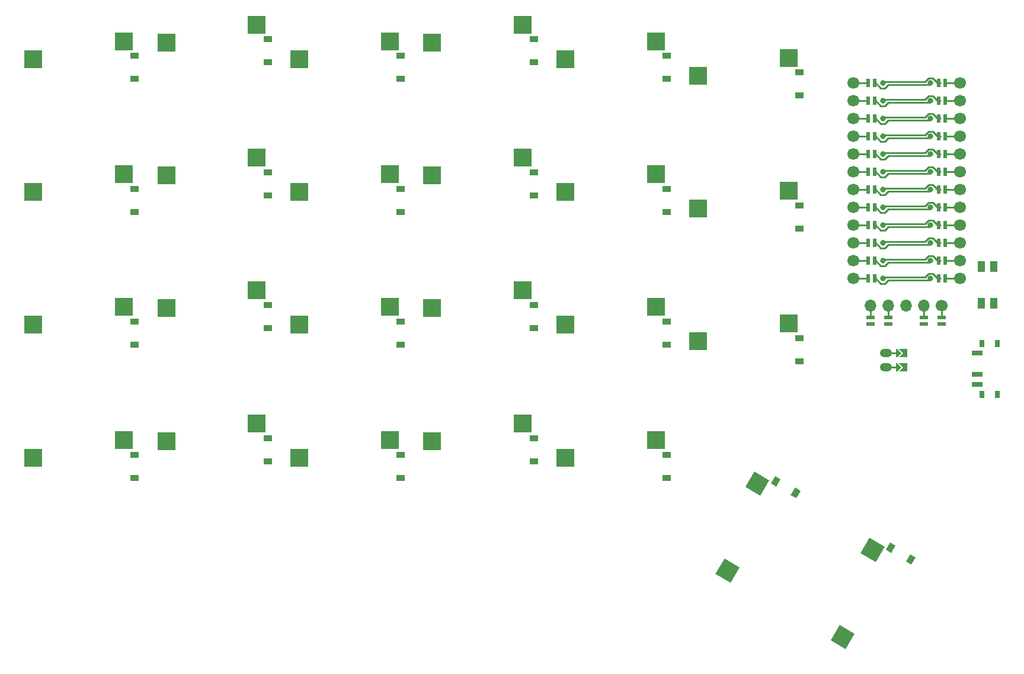
<source format=gbl>
G04 #@! TF.GenerationSoftware,KiCad,Pcbnew,8.0.8+1*
G04 #@! TF.CreationDate,2025-06-17T15:49:30+00:00*
G04 #@! TF.ProjectId,eggada50_wireless,65676761-6461-4353-905f-776972656c65,0.2*
G04 #@! TF.SameCoordinates,Original*
G04 #@! TF.FileFunction,Copper,L2,Bot*
G04 #@! TF.FilePolarity,Positive*
%FSLAX46Y46*%
G04 Gerber Fmt 4.6, Leading zero omitted, Abs format (unit mm)*
G04 Created by KiCad (PCBNEW 8.0.8+1) date 2025-06-17 15:49:30*
%MOMM*%
%LPD*%
G01*
G04 APERTURE LIST*
G04 #@! TA.AperFunction,SMDPad,CuDef*
%ADD10R,2.550000X2.500000*%
G04 #@! TD*
G04 #@! TA.AperFunction,SMDPad,CuDef*
%ADD11R,1.200000X0.900000*%
G04 #@! TD*
G04 #@! TA.AperFunction,ComponentPad*
%ADD12C,1.700000*%
G04 #@! TD*
G04 #@! TA.AperFunction,ComponentPad*
%ADD13C,0.800000*%
G04 #@! TD*
G04 #@! TA.AperFunction,SMDPad,CuDef*
%ADD14R,0.600000X1.200000*%
G04 #@! TD*
G04 #@! TA.AperFunction,SMDPad,CuDef*
%ADD15R,1.200000X0.600000*%
G04 #@! TD*
G04 #@! TA.AperFunction,ComponentPad*
%ADD16O,1.700000X1.700000*%
G04 #@! TD*
G04 #@! TA.AperFunction,SMDPad,CuDef*
%ADD17R,0.800000X1.000000*%
G04 #@! TD*
G04 #@! TA.AperFunction,SMDPad,CuDef*
%ADD18R,1.500000X0.700000*%
G04 #@! TD*
G04 #@! TA.AperFunction,SMDPad,CuDef*
%ADD19R,1.000000X1.550000*%
G04 #@! TD*
G04 #@! TA.AperFunction,ComponentPad*
%ADD20O,1.750000X1.200000*%
G04 #@! TD*
G04 #@! TA.AperFunction,Conductor*
%ADD21C,0.250000*%
G04 #@! TD*
G04 APERTURE END LIST*
D10*
X92915000Y-97460000D03*
X105842000Y-94920000D03*
X92915000Y-78460000D03*
X105842000Y-75920000D03*
X92915000Y-59460000D03*
X105842000Y-56920000D03*
X92915000Y-40460000D03*
X105842000Y-37920000D03*
X111915000Y-95085000D03*
X124842000Y-92545000D03*
X111915000Y-76085000D03*
X124842000Y-73545000D03*
X111915000Y-57085000D03*
X124842000Y-54545000D03*
X111915000Y-38085000D03*
X124842000Y-35545000D03*
X130915000Y-97460000D03*
X143842000Y-94920000D03*
X130915000Y-78460000D03*
X143842000Y-75920000D03*
X130915000Y-59460000D03*
X143842000Y-56920000D03*
X130915000Y-40460000D03*
X143842000Y-37920000D03*
X149915000Y-95085000D03*
X162842000Y-92545000D03*
X149915000Y-76085000D03*
X162842000Y-73545000D03*
X149915000Y-57085000D03*
X162842000Y-54545000D03*
X149915000Y-38085000D03*
X162842000Y-35545000D03*
X168915000Y-97460000D03*
X181842000Y-94920000D03*
X168915000Y-78460000D03*
X181842000Y-75920000D03*
X168915000Y-59460000D03*
X181842000Y-56920000D03*
X168915000Y-40460000D03*
X181842000Y-37920000D03*
X187915000Y-80835000D03*
X200842000Y-78295000D03*
X187915000Y-61835000D03*
X200842000Y-59295000D03*
X187915000Y-42835000D03*
X200842000Y-40295000D03*
G04 #@! TA.AperFunction,SMDPad,CuDef*
G36*
X192552827Y-115334972D02*
G01*
X190387763Y-114084972D01*
X191662763Y-111876608D01*
X193827827Y-113126608D01*
X192552827Y-115334972D01*
G37*
G04 #@! TD.AperFunction*
G04 #@! TA.AperFunction,SMDPad,CuDef*
G36*
X196816623Y-102869862D02*
G01*
X194651559Y-101619862D01*
X195926559Y-99411498D01*
X198091623Y-100661498D01*
X196816623Y-102869862D01*
G37*
G04 #@! TD.AperFunction*
G04 #@! TA.AperFunction,SMDPad,CuDef*
G36*
X209007310Y-124834972D02*
G01*
X206842246Y-123584972D01*
X208117246Y-121376608D01*
X210282310Y-122626608D01*
X209007310Y-124834972D01*
G37*
G04 #@! TD.AperFunction*
G04 #@! TA.AperFunction,SMDPad,CuDef*
G36*
X213271106Y-112369862D02*
G01*
X211106042Y-111119862D01*
X212381042Y-108911498D01*
X214546106Y-110161498D01*
X213271106Y-112369862D01*
G37*
G04 #@! TD.AperFunction*
D11*
X107400000Y-97025000D03*
X107400000Y-100325000D03*
X107400000Y-78025000D03*
X107400000Y-81325000D03*
X107400000Y-59025000D03*
X107400000Y-62325000D03*
X107400000Y-40025000D03*
X107400000Y-43325000D03*
X126400000Y-94650000D03*
X126400000Y-97950000D03*
X126400000Y-75650000D03*
X126400000Y-78950000D03*
X126400000Y-56650000D03*
X126400000Y-59950000D03*
X126400000Y-37650000D03*
X126400000Y-40950000D03*
X145400000Y-97025000D03*
X145400000Y-100325000D03*
X145400000Y-78025000D03*
X145400000Y-81325000D03*
X145400000Y-59025000D03*
X145400000Y-62325000D03*
X145400000Y-40025000D03*
X145400000Y-43325000D03*
X164400000Y-94650000D03*
X164400000Y-97950000D03*
X164400000Y-75650000D03*
X164400000Y-78950000D03*
X164400000Y-56650000D03*
X164400000Y-59950000D03*
X164400000Y-37650000D03*
X164400000Y-40950000D03*
X183400000Y-97025000D03*
X183400000Y-100325000D03*
X183400000Y-78025000D03*
X183400000Y-81325000D03*
X183400000Y-59025000D03*
X183400000Y-62325000D03*
X183400000Y-40025000D03*
X183400000Y-43325000D03*
X202400000Y-80400000D03*
X202400000Y-83700000D03*
X202400000Y-61400000D03*
X202400000Y-64700000D03*
X202400000Y-42400000D03*
X202400000Y-45700000D03*
G04 #@! TA.AperFunction,SMDPad,CuDef*
G36*
X199663285Y-100549297D02*
G01*
X199063285Y-101588527D01*
X198283863Y-101138527D01*
X198883863Y-100099297D01*
X199663285Y-100549297D01*
G37*
G04 #@! TD.AperFunction*
G04 #@! TA.AperFunction,SMDPad,CuDef*
G36*
X202521169Y-102199297D02*
G01*
X201921169Y-103238527D01*
X201141747Y-102788527D01*
X201741747Y-101749297D01*
X202521169Y-102199297D01*
G37*
G04 #@! TD.AperFunction*
G04 #@! TA.AperFunction,SMDPad,CuDef*
G36*
X216117768Y-110049297D02*
G01*
X215517768Y-111088527D01*
X214738346Y-110638527D01*
X215338346Y-109599297D01*
X216117768Y-110049297D01*
G37*
G04 #@! TD.AperFunction*
G04 #@! TA.AperFunction,SMDPad,CuDef*
G36*
X218975652Y-111699297D02*
G01*
X218375652Y-112738527D01*
X217596230Y-112288527D01*
X218196230Y-111249297D01*
X218975652Y-111699297D01*
G37*
G04 #@! TD.AperFunction*
D12*
X210084000Y-43920000D03*
X225324000Y-43920000D03*
D13*
X214304000Y-43920000D03*
X221104000Y-43920000D03*
D14*
X212224000Y-43920000D03*
X213124000Y-43920000D03*
X222284000Y-43920000D03*
X223184000Y-43920000D03*
D12*
X210084000Y-46460000D03*
X225324000Y-46460000D03*
D13*
X214304000Y-46460000D03*
X221104000Y-46460000D03*
D14*
X212224000Y-46460000D03*
X213124000Y-46460000D03*
X222284000Y-46460000D03*
X223184000Y-46460000D03*
D12*
X210084000Y-49000000D03*
X225324000Y-49000000D03*
D13*
X214304000Y-49000000D03*
X221104000Y-49000000D03*
D14*
X212224000Y-49000000D03*
X213124000Y-49000000D03*
X222284000Y-49000000D03*
X223184000Y-49000000D03*
D12*
X210084000Y-51540000D03*
X225324000Y-51540000D03*
D13*
X214304000Y-51540000D03*
X221104000Y-51540000D03*
D14*
X212224000Y-51540000D03*
X213124000Y-51540000D03*
X222284000Y-51540000D03*
X223184000Y-51540000D03*
D12*
X210084000Y-54080000D03*
X225324000Y-54080000D03*
D13*
X214304000Y-54080000D03*
X221104000Y-54080000D03*
D14*
X212224000Y-54080000D03*
X213124000Y-54080000D03*
X222284000Y-54080000D03*
X223184000Y-54080000D03*
D12*
X210084000Y-56620000D03*
X225324000Y-56620000D03*
D13*
X214304000Y-56620000D03*
X221104000Y-56620000D03*
D14*
X212224000Y-56620000D03*
X213124000Y-56620000D03*
X222284000Y-56620000D03*
X223184000Y-56620000D03*
D12*
X210084000Y-59160000D03*
X225324000Y-59160000D03*
D13*
X214304000Y-59160000D03*
X221104000Y-59160000D03*
D14*
X212224000Y-59160000D03*
X213124000Y-59160000D03*
X222284000Y-59160000D03*
X223184000Y-59160000D03*
D12*
X210084000Y-61700000D03*
X225324000Y-61700000D03*
D13*
X214304000Y-61700000D03*
X221104000Y-61700000D03*
D14*
X212224000Y-61700000D03*
X213124000Y-61700000D03*
X222284000Y-61700000D03*
X223184000Y-61700000D03*
D12*
X210084000Y-64240000D03*
X225324000Y-64240000D03*
D13*
X214304000Y-64240000D03*
X221104000Y-64240000D03*
D14*
X212224000Y-64240000D03*
X213124000Y-64240000D03*
X222284000Y-64240000D03*
X223184000Y-64240000D03*
D12*
X210084000Y-66780000D03*
X225324000Y-66780000D03*
D13*
X214304000Y-66780000D03*
X221104000Y-66780000D03*
D14*
X212224000Y-66780000D03*
X213124000Y-66780000D03*
X222284000Y-66780000D03*
X223184000Y-66780000D03*
D12*
X210084000Y-69320000D03*
X225324000Y-69320000D03*
D13*
X214304000Y-69320000D03*
X221104000Y-69320000D03*
D14*
X212224000Y-69320000D03*
X213124000Y-69320000D03*
X222284000Y-69320000D03*
X223184000Y-69320000D03*
D12*
X210084000Y-71860000D03*
X225324000Y-71860000D03*
D13*
X214304000Y-71860000D03*
X221104000Y-71860000D03*
D14*
X212224000Y-71860000D03*
X213124000Y-71860000D03*
X222284000Y-71860000D03*
X223184000Y-71860000D03*
D15*
X222727000Y-77450000D03*
X220187000Y-77450000D03*
X215107000Y-77450000D03*
X212567000Y-77450000D03*
X222727000Y-78350000D03*
X220187000Y-78350000D03*
X215107000Y-78350000D03*
X212567000Y-78350000D03*
D16*
X212567000Y-75700000D03*
X215107000Y-75700000D03*
X217647000Y-75700000D03*
X220187000Y-75700000D03*
D12*
X222727000Y-75700000D03*
D17*
X228415000Y-81100000D03*
X230625000Y-81100000D03*
X228415000Y-88400000D03*
X230625000Y-88400000D03*
D18*
X227765000Y-82500000D03*
X227765000Y-85500000D03*
X227765000Y-87000000D03*
D19*
X230100000Y-70125000D03*
X228400000Y-70125000D03*
X230100000Y-75375000D03*
X228400000Y-75375000D03*
D20*
X214750000Y-84500000D03*
X214750000Y-82500000D03*
G04 #@! TA.AperFunction,SMDPad,CuDef*
G36*
X216350000Y-85100000D02*
G01*
X216150000Y-85100000D01*
X216150000Y-83900000D01*
X216350000Y-83900000D01*
X216950000Y-84500000D01*
X216350000Y-85100000D01*
G37*
G04 #@! TD.AperFunction*
G04 #@! TA.AperFunction,SMDPad,CuDef*
G36*
X216350000Y-83100000D02*
G01*
X216150000Y-83100000D01*
X216150000Y-81900000D01*
X216350000Y-81900000D01*
X216950000Y-82500000D01*
X216350000Y-83100000D01*
G37*
G04 #@! TD.AperFunction*
G04 #@! TA.AperFunction,SMDPad,CuDef*
G36*
X216566000Y-83100000D02*
G01*
X217166000Y-82500000D01*
X216566000Y-81900000D01*
X217816000Y-81900000D01*
X217816000Y-83100000D01*
X216566000Y-83100000D01*
G37*
G04 #@! TD.AperFunction*
G04 #@! TA.AperFunction,SMDPad,CuDef*
G36*
X216566000Y-85100000D02*
G01*
X217166000Y-84500000D01*
X216566000Y-83900000D01*
X217816000Y-83900000D01*
X217816000Y-85100000D01*
X216566000Y-85100000D01*
G37*
G04 #@! TD.AperFunction*
D21*
X210084000Y-43920000D02*
X212204000Y-43920000D01*
X225324000Y-43920000D02*
X223204000Y-43920000D01*
X215099305Y-44150000D02*
X220874000Y-44150000D01*
X212929000Y-43920000D02*
X213278695Y-43920000D01*
X214003695Y-44645000D02*
X214604305Y-44645000D01*
X213278695Y-43920000D02*
X214003695Y-44645000D01*
X214604305Y-44645000D02*
X215099305Y-44150000D01*
X222479000Y-43920000D02*
X222129305Y-43920000D01*
X220298695Y-43700000D02*
X214524000Y-43700000D01*
X222129305Y-43920000D02*
X221404305Y-43195000D01*
X221404305Y-43195000D02*
X220803695Y-43195000D01*
X220803695Y-43195000D02*
X220298695Y-43700000D01*
X210084000Y-46460000D02*
X212204000Y-46460000D01*
X225324000Y-46460000D02*
X223204000Y-46460000D01*
X215099305Y-46690000D02*
X220874000Y-46690000D01*
X212929000Y-46460000D02*
X213278695Y-46460000D01*
X214003695Y-47185000D02*
X214604305Y-47185000D01*
X213278695Y-46460000D02*
X214003695Y-47185000D01*
X214604305Y-47185000D02*
X215099305Y-46690000D01*
X222479000Y-46460000D02*
X222129305Y-46460000D01*
X220298695Y-46240000D02*
X214524000Y-46240000D01*
X222129305Y-46460000D02*
X221404305Y-45735000D01*
X221404305Y-45735000D02*
X220803695Y-45735000D01*
X220803695Y-45735000D02*
X220298695Y-46240000D01*
X210084000Y-49000000D02*
X212204000Y-49000000D01*
X225324000Y-49000000D02*
X223204000Y-49000000D01*
X215099305Y-49230000D02*
X220874000Y-49230000D01*
X212929000Y-49000000D02*
X213278695Y-49000000D01*
X214003695Y-49725000D02*
X214604305Y-49725000D01*
X213278695Y-49000000D02*
X214003695Y-49725000D01*
X214604305Y-49725000D02*
X215099305Y-49230000D01*
X222479000Y-49000000D02*
X222129305Y-49000000D01*
X220298695Y-48780000D02*
X214524000Y-48780000D01*
X222129305Y-49000000D02*
X221404305Y-48275000D01*
X221404305Y-48275000D02*
X220803695Y-48275000D01*
X220803695Y-48275000D02*
X220298695Y-48780000D01*
X210084000Y-51540000D02*
X212204000Y-51540000D01*
X225324000Y-51540000D02*
X223204000Y-51540000D01*
X215099305Y-51770000D02*
X220874000Y-51770000D01*
X212929000Y-51540000D02*
X213278695Y-51540000D01*
X214003695Y-52265000D02*
X214604305Y-52265000D01*
X213278695Y-51540000D02*
X214003695Y-52265000D01*
X214604305Y-52265000D02*
X215099305Y-51770000D01*
X222479000Y-51540000D02*
X222129305Y-51540000D01*
X220298695Y-51320000D02*
X214524000Y-51320000D01*
X222129305Y-51540000D02*
X221404305Y-50815000D01*
X221404305Y-50815000D02*
X220803695Y-50815000D01*
X220803695Y-50815000D02*
X220298695Y-51320000D01*
X210084000Y-54080000D02*
X212204000Y-54080000D01*
X225324000Y-54080000D02*
X223204000Y-54080000D01*
X215099305Y-54310000D02*
X220874000Y-54310000D01*
X212929000Y-54080000D02*
X213278695Y-54080000D01*
X214003695Y-54805000D02*
X214604305Y-54805000D01*
X213278695Y-54080000D02*
X214003695Y-54805000D01*
X214604305Y-54805000D02*
X215099305Y-54310000D01*
X222479000Y-54080000D02*
X222129305Y-54080000D01*
X220298695Y-53860000D02*
X214524000Y-53860000D01*
X222129305Y-54080000D02*
X221404305Y-53355000D01*
X221404305Y-53355000D02*
X220803695Y-53355000D01*
X220803695Y-53355000D02*
X220298695Y-53860000D01*
X210084000Y-56620000D02*
X212204000Y-56620000D01*
X225324000Y-56620000D02*
X223204000Y-56620000D01*
X215099305Y-56850000D02*
X220874000Y-56850000D01*
X212929000Y-56620000D02*
X213278695Y-56620000D01*
X214003695Y-57345000D02*
X214604305Y-57345000D01*
X213278695Y-56620000D02*
X214003695Y-57345000D01*
X214604305Y-57345000D02*
X215099305Y-56850000D01*
X222479000Y-56620000D02*
X222129305Y-56620000D01*
X220298695Y-56400000D02*
X214524000Y-56400000D01*
X222129305Y-56620000D02*
X221404305Y-55895000D01*
X221404305Y-55895000D02*
X220803695Y-55895000D01*
X220803695Y-55895000D02*
X220298695Y-56400000D01*
X210084000Y-59160000D02*
X212204000Y-59160000D01*
X225324000Y-59160000D02*
X223204000Y-59160000D01*
X215099305Y-59390000D02*
X220874000Y-59390000D01*
X212929000Y-59160000D02*
X213278695Y-59160000D01*
X214003695Y-59885000D02*
X214604305Y-59885000D01*
X213278695Y-59160000D02*
X214003695Y-59885000D01*
X214604305Y-59885000D02*
X215099305Y-59390000D01*
X222479000Y-59160000D02*
X222129305Y-59160000D01*
X220298695Y-58940000D02*
X214524000Y-58940000D01*
X222129305Y-59160000D02*
X221404305Y-58435000D01*
X221404305Y-58435000D02*
X220803695Y-58435000D01*
X220803695Y-58435000D02*
X220298695Y-58940000D01*
X210084000Y-61700000D02*
X212204000Y-61700000D01*
X225324000Y-61700000D02*
X223204000Y-61700000D01*
X215099305Y-61930000D02*
X220874000Y-61930000D01*
X212929000Y-61700000D02*
X213278695Y-61700000D01*
X214003695Y-62425000D02*
X214604305Y-62425000D01*
X213278695Y-61700000D02*
X214003695Y-62425000D01*
X214604305Y-62425000D02*
X215099305Y-61930000D01*
X222479000Y-61700000D02*
X222129305Y-61700000D01*
X220298695Y-61480000D02*
X214524000Y-61480000D01*
X222129305Y-61700000D02*
X221404305Y-60975000D01*
X221404305Y-60975000D02*
X220803695Y-60975000D01*
X220803695Y-60975000D02*
X220298695Y-61480000D01*
X210084000Y-64240000D02*
X212204000Y-64240000D01*
X225324000Y-64240000D02*
X223204000Y-64240000D01*
X215099305Y-64470000D02*
X220874000Y-64470000D01*
X212929000Y-64240000D02*
X213278695Y-64240000D01*
X214003695Y-64965000D02*
X214604305Y-64965000D01*
X213278695Y-64240000D02*
X214003695Y-64965000D01*
X214604305Y-64965000D02*
X215099305Y-64470000D01*
X222479000Y-64240000D02*
X222129305Y-64240000D01*
X220298695Y-64020000D02*
X214524000Y-64020000D01*
X222129305Y-64240000D02*
X221404305Y-63515000D01*
X221404305Y-63515000D02*
X220803695Y-63515000D01*
X220803695Y-63515000D02*
X220298695Y-64020000D01*
X210084000Y-66780000D02*
X212204000Y-66780000D01*
X225324000Y-66780000D02*
X223204000Y-66780000D01*
X215099305Y-67010000D02*
X220874000Y-67010000D01*
X212929000Y-66780000D02*
X213278695Y-66780000D01*
X214003695Y-67505000D02*
X214604305Y-67505000D01*
X213278695Y-66780000D02*
X214003695Y-67505000D01*
X214604305Y-67505000D02*
X215099305Y-67010000D01*
X222479000Y-66780000D02*
X222129305Y-66780000D01*
X220298695Y-66560000D02*
X214524000Y-66560000D01*
X222129305Y-66780000D02*
X221404305Y-66055000D01*
X221404305Y-66055000D02*
X220803695Y-66055000D01*
X220803695Y-66055000D02*
X220298695Y-66560000D01*
X210084000Y-69320000D02*
X212204000Y-69320000D01*
X225324000Y-69320000D02*
X223204000Y-69320000D01*
X215099305Y-69550000D02*
X220874000Y-69550000D01*
X212929000Y-69320000D02*
X213278695Y-69320000D01*
X214003695Y-70045000D02*
X214604305Y-70045000D01*
X213278695Y-69320000D02*
X214003695Y-70045000D01*
X214604305Y-70045000D02*
X215099305Y-69550000D01*
X222479000Y-69320000D02*
X222129305Y-69320000D01*
X220298695Y-69100000D02*
X214524000Y-69100000D01*
X222129305Y-69320000D02*
X221404305Y-68595000D01*
X221404305Y-68595000D02*
X220803695Y-68595000D01*
X220803695Y-68595000D02*
X220298695Y-69100000D01*
X210084000Y-71860000D02*
X212204000Y-71860000D01*
X225324000Y-71860000D02*
X223204000Y-71860000D01*
X215099305Y-72090000D02*
X220874000Y-72090000D01*
X212929000Y-71860000D02*
X213278695Y-71860000D01*
X214003695Y-72585000D02*
X214604305Y-72585000D01*
X213278695Y-71860000D02*
X214003695Y-72585000D01*
X214604305Y-72585000D02*
X215099305Y-72090000D01*
X222479000Y-71860000D02*
X222129305Y-71860000D01*
X220298695Y-71640000D02*
X214524000Y-71640000D01*
X222129305Y-71860000D02*
X221404305Y-71135000D01*
X221404305Y-71135000D02*
X220803695Y-71135000D01*
X220803695Y-71135000D02*
X220298695Y-71640000D01*
X212567000Y-75700000D02*
X212567000Y-77450000D01*
X215107000Y-75700000D02*
X215107000Y-77450000D01*
X220187000Y-75700000D02*
X220187000Y-77450000D01*
X222727000Y-75700000D02*
X222727000Y-77450000D01*
X216550000Y-84500000D02*
X214750000Y-84500000D01*
X216550000Y-82500000D02*
X214750000Y-82500000D01*
M02*

</source>
